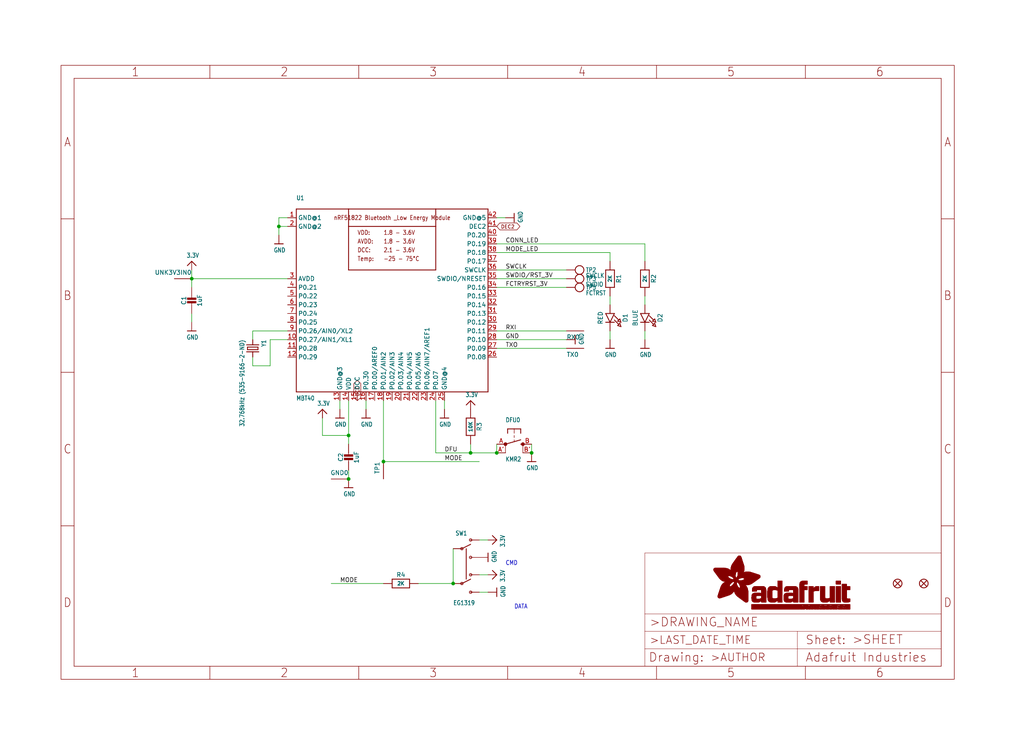
<source format=kicad_sch>
(kicad_sch (version 20211123) (generator eeschema)
  (paper "User" 298.45 217.881)
  (lib_symbols
    (symbol "schematicEagle-eagle-import:3.3V" (power)
      (property "Value" "3.3V" (at -1.524 1.016 0))
      (symbol "3.3V_1_0"
        (pin power_in line (at 0 -2.54 90) (length 2.54) (name "3.3V") (number "1"))
      )
    )
    (symbol "schematicEagle-eagle-import:CAP_CERAMIC0805-NOOUTLINE"
      (property "Reference" "C" (at -2.29 1.25 90))
      (property "Value" "CAP_CERAMIC0805-NOOUTLINE" (at 2.3 1.25 90))
      (symbol "CAP_CERAMIC0805-NOOUTLINE_1_0"
        (pin passive line (at 0 5.08 270) (length 2.54) (name "1") (number "1"))
        (pin passive line (at 0 -2.54 90) (length 2.54) (name "2") (number "2"))
      )
    )
    (symbol "schematicEagle-eagle-import:CRYSTAL2.0X6.0_32.768"
      (property "Reference" "Y" (at -2.54 2.54 0))
      (property "Value" "CRYSTAL2.0X6.0_32.768" (at -2.54 -3.81 0))
      (symbol "CRYSTAL2.0X6.0_32.768_1_0"
        (pin passive line (at -2.54 0 0) (length 0) (name "1") (number "1"))
        (pin passive line (at 2.54 0 180) (length 0) (name "2") (number "2"))
      )
    )
    (symbol "schematicEagle-eagle-import:FIDUCIAL{dblquote}{dblquote}")
    (symbol "schematicEagle-eagle-import:FRAME_A4_ADAFRUIT"
      (symbol "FRAME_A4_ADAFRUIT_0_0"
        (text "1" (at 21.6958 1.905 0) (effects (font (size 2.54 2.286))))
        (text "1" (at 21.6958 177.165 0) (effects (font (size 2.54 2.286))))
        (text "2" (at 65.0875 1.905 0) (effects (font (size 2.54 2.286))))
        (text "2" (at 65.0875 177.165 0) (effects (font (size 2.54 2.286))))
        (text "3" (at 108.4792 1.905 0) (effects (font (size 2.54 2.286))))
        (text "3" (at 108.4792 177.165 0) (effects (font (size 2.54 2.286))))
        (text "4" (at 151.8708 1.905 0) (effects (font (size 2.54 2.286))))
        (text "4" (at 151.8708 177.165 0) (effects (font (size 2.54 2.286))))
        (text "5" (at 195.2625 1.905 0) (effects (font (size 2.54 2.286))))
        (text "5" (at 195.2625 177.165 0) (effects (font (size 2.54 2.286))))
        (text "6" (at 238.6542 1.905 0) (effects (font (size 2.54 2.286))))
        (text "6" (at 238.6542 177.165 0) (effects (font (size 2.54 2.286))))
        (text "A" (at 1.905 156.6863 0) (effects (font (size 2.54 2.286))))
        (text "A" (at 258.445 156.6863 0) (effects (font (size 2.54 2.286))))
        (text "B" (at 1.905 111.9188 0) (effects (font (size 2.54 2.286))))
        (text "B" (at 258.445 111.9188 0) (effects (font (size 2.54 2.286))))
        (text "C" (at 1.905 67.1513 0) (effects (font (size 2.54 2.286))))
        (text "C" (at 258.445 67.1513 0) (effects (font (size 2.54 2.286))))
        (text "D" (at 1.905 22.3838 0) (effects (font (size 2.54 2.286))))
        (text "D" (at 258.445 22.3838 0) (effects (font (size 2.54 2.286))))
      )
      (symbol "FRAME_A4_ADAFRUIT_1_0"
        (text ">AUTHOR" (at 189.23 5.08 0) (effects (font (size 2.286 2.286)) (justify left bottom)))
        (text ">DRAWING_NAME" (at 171.45 15.24 0) (effects (font (size 2.54 2.54)) (justify left bottom)))
        (text ">LAST_DATE_TIME" (at 171.45 10.16 0) (effects (font (size 2.286 2.286)) (justify left bottom)))
        (text ">SHEET" (at 230.505 10.16 0) (effects (font (size 2.54 2.54)) (justify left bottom)))
        (text "Adafruit Industries" (at 216.916 4.953 0) (effects (font (size 2.54 2.54)) (justify left bottom)))
        (text "Drawing:" (at 171.196 4.953 0) (effects (font (size 2.54 2.54)) (justify left bottom)))
        (text "Sheet:" (at 216.916 10.033 0) (effects (font (size 2.54 2.54)) (justify left bottom)))
      )
    )
    (symbol "schematicEagle-eagle-import:GND" (power)
      (property "Value" "GND" (at -1.524 -2.54 0))
      (symbol "GND_1_0"
        (pin power_in line (at 0 2.54 270) (length 2.54) (name "GND") (number "1"))
      )
    )
    (symbol "schematicEagle-eagle-import:LED0805_NOOUTLINE"
      (property "Reference" "D" (at -1.27 4.445 0))
      (property "Value" "LED0805_NOOUTLINE" (at -1.27 -2.794 0))
      (symbol "LED0805_NOOUTLINE_1_0"
        (pin passive line (at -5.08 0 0) (length 2.54) (name "A") (number "A"))
        (pin passive line (at 2.54 0 180) (length 2.54) (name "C") (number "C"))
      )
    )
    (symbol "schematicEagle-eagle-import:NRF51822_MODULE_MDBT40"
      (property "Reference" "U" (at -27.94 27.94 0))
      (property "Value" "NRF51822_MODULE_MDBT40" (at -27.94 -30.48 0))
      (symbol "NRF51822_MODULE_MDBT40_1_0"
        (text "-25 - 75°C" (at -2.54 10.16 0) (effects (font (size 1.27 1.0795)) (justify left bottom)))
        (text "1.8 - 3.6V" (at -2.54 15.24 0) (effects (font (size 1.27 1.0795)) (justify left bottom)))
        (text "1.8 - 3.6V" (at -2.54 17.78 0) (effects (font (size 1.27 1.0795)) (justify left bottom)))
        (text "2.1 - 3.6V" (at -2.54 12.7 0) (effects (font (size 1.27 1.0795)) (justify left bottom)))
        (text "AVDD:" (at -10.16 15.24 0) (effects (font (size 1.27 1.0795)) (justify left bottom)))
        (text "DCC:" (at -10.16 12.7 0) (effects (font (size 1.27 1.0795)) (justify left bottom)))
        (text "nRF51822 Bluetooth _Low Energy Module" (at 0 22.86 0) (effects (font (size 1.27 1.0795))))
        (text "Temp:" (at -10.16 10.16 0) (effects (font (size 1.27 1.0795)) (justify left bottom)))
        (text "VDD:" (at -10.16 17.78 0) (effects (font (size 1.27 1.0795)) (justify left bottom)))
        (pin power_in line (at -30.48 22.86 0) (length 2.54) (name "GND@1") (number "1"))
        (pin bidirectional line (at -30.48 -12.7 0) (length 2.54) (name "P0.27/AIN1/XL1") (number "10"))
        (pin bidirectional line (at -30.48 -15.24 0) (length 2.54) (name "P0.28") (number "11"))
        (pin bidirectional line (at -30.48 -17.78 0) (length 2.54) (name "P0.29") (number "12"))
        (pin power_in line (at -15.24 -30.48 90) (length 2.54) (name "GND@3") (number "13"))
        (pin power_in line (at -12.7 -30.48 90) (length 2.54) (name "VDD") (number "14"))
        (pin power_in line (at -10.16 -30.48 90) (length 2.54) (name "DCC") (number "15"))
        (pin bidirectional line (at -7.62 -30.48 90) (length 2.54) (name "P0.30") (number "16"))
        (pin bidirectional line (at -5.08 -30.48 90) (length 2.54) (name "P0.00/AREF0") (number "17"))
        (pin bidirectional line (at -2.54 -30.48 90) (length 2.54) (name "P0.01/AIN2") (number "18"))
        (pin bidirectional line (at 0 -30.48 90) (length 2.54) (name "P0.02/AIN3") (number "19"))
        (pin power_in line (at -30.48 20.32 0) (length 2.54) (name "GND@2") (number "2"))
        (pin bidirectional line (at 2.54 -30.48 90) (length 2.54) (name "P0.03/AIN4") (number "20"))
        (pin bidirectional line (at 5.08 -30.48 90) (length 2.54) (name "P0.04/AIN5") (number "21"))
        (pin bidirectional line (at 7.62 -30.48 90) (length 2.54) (name "P0.05/AIN6") (number "22"))
        (pin bidirectional line (at 10.16 -30.48 90) (length 2.54) (name "P0.06/AIN7/AREF1") (number "23"))
        (pin bidirectional line (at 12.7 -30.48 90) (length 2.54) (name "P0.07") (number "24"))
        (pin power_in line (at 15.24 -30.48 90) (length 2.54) (name "GND@4") (number "25"))
        (pin bidirectional line (at 30.48 -17.78 180) (length 2.54) (name "P0.08") (number "26"))
        (pin bidirectional line (at 30.48 -15.24 180) (length 2.54) (name "P0.09") (number "27"))
        (pin bidirectional line (at 30.48 -12.7 180) (length 2.54) (name "P0.10") (number "28"))
        (pin bidirectional line (at 30.48 -10.16 180) (length 2.54) (name "P0.11") (number "29"))
        (pin power_in line (at -30.48 5.08 0) (length 2.54) (name "AVDD") (number "3"))
        (pin bidirectional line (at 30.48 -7.62 180) (length 2.54) (name "P0.12") (number "30"))
        (pin bidirectional line (at 30.48 -5.08 180) (length 2.54) (name "P0.13") (number "31"))
        (pin bidirectional line (at 30.48 -2.54 180) (length 2.54) (name "P0.14") (number "32"))
        (pin bidirectional line (at 30.48 0 180) (length 2.54) (name "P0.15") (number "33"))
        (pin bidirectional line (at 30.48 2.54 180) (length 2.54) (name "P0.16") (number "34"))
        (pin bidirectional line (at 30.48 5.08 180) (length 2.54) (name "SWDIO/NRESET") (number "35"))
        (pin bidirectional line (at 30.48 7.62 180) (length 2.54) (name "SWCLK") (number "36"))
        (pin bidirectional line (at 30.48 10.16 180) (length 2.54) (name "P0.17") (number "37"))
        (pin bidirectional line (at 30.48 12.7 180) (length 2.54) (name "P0.18") (number "38"))
        (pin bidirectional line (at 30.48 15.24 180) (length 2.54) (name "P0.19") (number "39"))
        (pin bidirectional line (at -30.48 2.54 0) (length 2.54) (name "P0.21") (number "4"))
        (pin bidirectional line (at 30.48 17.78 180) (length 2.54) (name "P0.20") (number "40"))
        (pin power_in line (at 30.48 20.32 180) (length 2.54) (name "DEC2") (number "41"))
        (pin power_in line (at 30.48 22.86 180) (length 2.54) (name "GND@5") (number "42"))
        (pin bidirectional line (at -30.48 0 0) (length 2.54) (name "P0.22") (number "5"))
        (pin bidirectional line (at -30.48 -2.54 0) (length 2.54) (name "P0.23") (number "6"))
        (pin bidirectional line (at -30.48 -5.08 0) (length 2.54) (name "P0.24") (number "7"))
        (pin bidirectional line (at -30.48 -7.62 0) (length 2.54) (name "P0.25") (number "8"))
        (pin bidirectional line (at -30.48 -10.16 0) (length 2.54) (name "P0.26/AIN0/XL2") (number "9"))
      )
    )
    (symbol "schematicEagle-eagle-import:RESISTOR0805_NOOUTLINE"
      (property "Reference" "R" (at 0 2.54 0))
      (property "Value" "RESISTOR0805_NOOUTLINE" (at 0 0 0))
      (symbol "RESISTOR0805_NOOUTLINE_1_0"
        (pin passive line (at -5.08 0 0) (length 2.54) (name "1") (number "1"))
        (pin passive line (at 5.08 0 180) (length 2.54) (name "2") (number "2"))
      )
    )
    (symbol "schematicEagle-eagle-import:SEWTAP-2.0IN"
      (property "Reference" "TP" (at 0 2.54 0))
      (symbol "SEWTAP-2.0IN_1_0"
        (pin bidirectional line (at 0 0 180) (length 5.08) (name "SEW") (number "P$1"))
      )
    )
    (symbol "schematicEagle-eagle-import:SWITCH_DPDTEG1390"
      (property "Reference" "SW" (at -4.445 8.89 0))
      (property "Value" "SWITCH_DPDTEG1390" (at -5.08 -11.43 0))
      (symbol "SWITCH_DPDTEG1390_1_0"
        (pin passive line (at 2.54 7.62 180) (length 2.54) (name "O1") (number "O1"))
        (pin passive line (at 2.54 -2.54 180) (length 2.54) (name "O2") (number "O2"))
        (pin passive line (at -5.08 5.08 0) (length 2.54) (name "P1") (number "P1"))
        (pin passive line (at -5.08 -5.08 0) (length 2.54) (name "P2") (number "P2"))
        (pin passive line (at 2.54 2.54 180) (length 2.54) (name "S1") (number "S1"))
        (pin passive line (at 2.54 -7.62 180) (length 2.54) (name "S2") (number "S2"))
      )
    )
    (symbol "schematicEagle-eagle-import:SWITCH_TACT_SMT4.6X2.8"
      (property "Reference" "SW" (at -2.54 6.35 0))
      (property "Value" "SWITCH_TACT_SMT4.6X2.8" (at -2.54 -5.08 0))
      (symbol "SWITCH_TACT_SMT4.6X2.8_1_0"
        (pin passive line (at -5.08 0 0) (length 2.54) (name "P") (number "A"))
        (pin passive line (at -5.08 -2.54 0) (length 2.54) (name "P1") (number "A'"))
        (pin passive line (at 5.08 0 180) (length 2.54) (name "S") (number "B"))
        (pin passive line (at 5.08 -2.54 180) (length 2.54) (name "S1") (number "B'"))
      )
    )
    (symbol "schematicEagle-eagle-import:TESTPOINT1.5X2.0MM_NOCREAM"
      (property "Reference" "TP" (at 0 5.588 90))
      (property "Value" "TESTPOINT1.5X2.0MM_NOCREAM" (at 1.651 5.588 90))
      (symbol "TESTPOINT1.5X2.0MM_NOCREAM_1_0"
        (pin bidirectional line (at 0 0 90) (length 2.54) (name "P$1") (number "P$1"))
      )
    )
  )
  (junction (at 81.28 66.04))
  (junction (at 101.6 139.7))
  (junction (at 144.78 132.08))
  (junction (at 137.16 132.08))
  (junction (at 55.88 81.28))
  (junction (at 111.76 134.62))
  (junction (at 101.6 127))
  (junction (at 132.08 170.18))
  (junction (at 154.94 132.08))
  (wire (pts (xy 177.8 73.66) (xy 177.8 76.2)))
  (wire (pts (xy 73.66 106.68) (xy 78.74 106.68)))
  (wire (pts (xy 78.74 106.68) (xy 78.74 99.06)))
  (wire (pts (xy 177.8 96.52) (xy 177.8 99.06)))
  (wire (pts (xy 55.88 91.44) (xy 55.88 93.98)))
  (wire (pts (xy 144.78 71.12) (xy 187.96 71.12)))
  (wire (pts (xy 127 132.08) (xy 137.16 132.08)))
  (wire (pts (xy 83.82 81.28) (xy 55.88 81.28)))
  (wire (pts (xy 83.82 96.52) (xy 73.66 96.52)))
  (wire (pts (xy 165.1 101.6) (xy 144.78 101.6)))
  (wire (pts (xy 73.66 96.52) (xy 73.66 99.06)))
  (wire (pts (xy 81.28 66.04) (xy 81.28 68.58)))
  (wire (pts (xy 127 116.84) (xy 127 132.08)))
  (wire (pts (xy 137.16 132.08) (xy 144.78 132.08)))
  (wire (pts (xy 144.78 83.82) (xy 165.1 83.82)))
  (wire (pts (xy 144.78 73.66) (xy 177.8 73.66)))
  (wire (pts (xy 129.54 116.84) (xy 129.54 119.38)))
  (wire (pts (xy 101.6 137.16) (xy 101.6 139.7)))
  (wire (pts (xy 144.78 81.28) (xy 165.1 81.28)))
  (wire (pts (xy 111.76 134.62) (xy 139.7 134.62)))
  (wire (pts (xy 137.16 129.54) (xy 137.16 132.08)))
  (wire (pts (xy 144.78 63.5) (xy 147.32 63.5)))
  (wire (pts (xy 81.28 63.5) (xy 81.28 66.04)))
  (wire (pts (xy 139.7 172.72) (xy 142.24 172.72)))
  (wire (pts (xy 101.6 127) (xy 93.98 127)))
  (wire (pts (xy 144.78 129.54) (xy 144.78 132.08)))
  (wire (pts (xy 83.82 66.04) (xy 81.28 66.04)))
  (wire (pts (xy 101.6 127) (xy 101.6 129.54)))
  (wire (pts (xy 187.96 71.12) (xy 187.96 76.2)))
  (wire (pts (xy 144.78 78.74) (xy 165.1 78.74)))
  (wire (pts (xy 177.8 86.36) (xy 177.8 88.9)))
  (wire (pts (xy 93.98 127) (xy 93.98 121.92)))
  (wire (pts (xy 187.96 96.52) (xy 187.96 99.06)))
  (wire (pts (xy 55.88 81.28) (xy 55.88 83.82)))
  (wire (pts (xy 99.06 116.84) (xy 99.06 119.38)))
  (wire (pts (xy 142.24 157.48) (xy 139.7 157.48)))
  (wire (pts (xy 111.76 116.84) (xy 111.76 134.62)))
  (wire (pts (xy 154.94 129.54) (xy 154.94 132.08)))
  (wire (pts (xy 132.08 160.02) (xy 132.08 170.18)))
  (wire (pts (xy 55.88 81.28) (xy 55.88 78.74)))
  (wire (pts (xy 83.82 63.5) (xy 81.28 63.5)))
  (wire (pts (xy 139.7 167.64) (xy 142.24 167.64)))
  (wire (pts (xy 144.78 96.52) (xy 165.1 96.52)))
  (wire (pts (xy 187.96 86.36) (xy 187.96 88.9)))
  (wire (pts (xy 73.66 104.14) (xy 73.66 106.68)))
  (wire (pts (xy 144.78 99.06) (xy 165.1 99.06)))
  (wire (pts (xy 101.6 116.84) (xy 101.6 127)))
  (wire (pts (xy 78.74 99.06) (xy 83.82 99.06)))
  (wire (pts (xy 106.68 116.84) (xy 106.68 119.38)))
  (wire (pts (xy 111.76 170.18) (xy 96.52 170.18)))
  (wire (pts (xy 121.92 170.18) (xy 132.08 170.18)))
  (text "DATA" (at 149.86 177.8 180) (effects (font (size 1.27 1.0795)) (justify left bottom)))
  (text "CMD" (at 147.32 165.1 180) (effects (font (size 1.27 1.0795)) (justify left bottom)))
  (label "RXI" (at 147.32 96.52 0) (effects (font (size 1.2446 1.2446))))
  (label "SWCLK" (at 147.32 78.74 0) (effects (font (size 1.2446 1.2446))))
  (label "SWDIO/RST_3V" (at 147.32 81.28 0) (effects (font (size 1.2446 1.2446))))
  (label "TXO" (at 147.32 101.6 0) (effects (font (size 1.2446 1.2446))))
  (label "CONN_LED" (at 147.32 71.12 0) (effects (font (size 1.2446 1.2446))))
  (label "FCTRYRST_3V" (at 147.32 83.82 0) (effects (font (size 1.2446 1.2446))))
  (label "DFU" (at 129.54 132.08 0) (effects (font (size 1.2446 1.2446))))
  (label "MODE_LED" (at 147.32 73.66 0) (effects (font (size 1.2446 1.2446))))
  (label "MODE" (at 129.54 134.62 0) (effects (font (size 1.2446 1.2446))))
  (label "MODE" (at 99.06 170.18 0) (effects (font (size 1.2446 1.2446))))
  (label "GND" (at 147.32 99.06 0) (effects (font (size 1.2446 1.2446))))
  (global_label "DCC" (shape bidirectional) (at 104.14 116.84 90) (effects (font (size 1.016 1.016))) (property "Intersheet References" "${INTERSHEET_REFS}" (effects hide)))
  (global_label "DEC2" (shape bidirectional) (at 144.78 66.04 0) (effects (font (size 1.016 1.016))) (property "Intersheet References" "${INTERSHEET_REFS}" (effects hide)))
  (symbol (lib_id "schematicEagle-eagle-import:3.3V") (at 93.98 119.38 0) (unit 1)
    (property "Reference" "#U$14" (effects hide))
    (property "Value" "3.3V" (at 92.456 118.364 0) (effects (font (size 1.27 1.0795)) (justify left bottom)))
    (property "Footprint" "schematicEagle:" (effects hide))
  )
  (symbol (lib_id "schematicEagle-eagle-import:FIDUCIAL{dblquote}{dblquote}") (at 269.24 170.18 0) (unit 1)
    (property "Reference" "FID1" (effects hide))
    (property "Value" "FIDUCIAL{dblquote}{dblquote}" (effects hide))
    (property "Footprint" "schematicEagle:FIDUCIAL_1MM" (effects hide))
  )
  (symbol (lib_id "schematicEagle-eagle-import:SEWTAP-2.0IN") (at 111.76 134.62 90) (unit 1)
    (property "Reference" "TP1" (at 109.22 134.62 0) (effects (justify right top)))
    (property "Value" "SEWTAP-2.0IN" (effects hide))
    (property "Footprint" "schematicEagle:SEWINGTAP_2.0" (effects hide))
  )
  (symbol (lib_id "schematicEagle-eagle-import:GND") (at 154.94 134.62 0) (unit 1)
    (property "Reference" "#U$2" (effects hide))
    (property "Value" "GND" (at 153.416 137.16 0) (effects (font (size 1.27 1.0795)) (justify left bottom)))
    (property "Footprint" "schematicEagle:" (effects hide))
  )
  (symbol (lib_id "schematicEagle-eagle-import:SEWTAP-2.0IN") (at 55.88 81.28 0) (unit 1)
    (property "Reference" "UNK3V3IN0" (at 55.88 78.74 0) (effects (justify right top)))
    (property "Value" "SEWTAP-2.0IN" (effects hide))
    (property "Footprint" "schematicEagle:SEWINGTAP_2.0" (effects hide))
  )
  (symbol (lib_id "schematicEagle-eagle-import:SEWTAP-2.0IN") (at 165.1 101.6 180) (unit 1)
    (property "Reference" "TX0" (at 165.1 104.14 0) (effects (justify right top)))
    (property "Value" "SEWTAP-2.0IN" (effects hide))
    (property "Footprint" "schematicEagle:SEWINGTAP_2.0" (effects hide))
  )
  (symbol (lib_id "schematicEagle-eagle-import:NRF51822_MODULE_MDBT40") (at 114.3 86.36 0) (unit 1)
    (property "Reference" "U1" (at 86.36 58.42 0) (effects (font (size 1.27 1.0795)) (justify left bottom)))
    (property "Value" "MBT40" (at 86.36 116.84 0) (effects (font (size 1.27 1.0795)) (justify left bottom)))
    (property "Footprint" "schematicEagle:BLE_MODULE_RAYTAC_MDBT40" (effects hide))
  )
  (symbol (lib_id "schematicEagle-eagle-import:GND") (at 99.06 121.92 0) (unit 1)
    (property "Reference" "#U$11" (effects hide))
    (property "Value" "GND" (at 97.536 124.46 0) (effects (font (size 1.27 1.0795)) (justify left bottom)))
    (property "Footprint" "schematicEagle:" (effects hide))
  )
  (symbol (lib_id "schematicEagle-eagle-import:GND") (at 167.64 99.06 90) (unit 1)
    (property "Reference" "#U$5" (effects hide))
    (property "Value" "GND" (at 170.18 100.584 0) (effects (font (size 1.27 1.0795)) (justify left bottom)))
    (property "Footprint" "schematicEagle:" (effects hide))
  )
  (symbol (lib_id "schematicEagle-eagle-import:GND") (at 101.6 142.24 0) (unit 1)
    (property "Reference" "#U$18" (effects hide))
    (property "Value" "GND" (at 100.076 144.78 0) (effects (font (size 1.27 1.0795)) (justify left bottom)))
    (property "Footprint" "schematicEagle:" (effects hide))
  )
  (symbol (lib_id "schematicEagle-eagle-import:CAP_CERAMIC0805-NOOUTLINE") (at 101.6 134.62 0) (unit 1)
    (property "Reference" "C2" (at 99.31 133.37 90))
    (property "Value" "1uF" (at 103.9 133.37 90))
    (property "Footprint" "schematicEagle:0805-NO" (effects hide))
  )
  (symbol (lib_id "schematicEagle-eagle-import:GND") (at 142.24 162.56 90) (unit 1)
    (property "Reference" "#U$22" (effects hide))
    (property "Value" "GND" (at 144.78 164.084 0) (effects (font (size 1.27 1.0795)) (justify left bottom)))
    (property "Footprint" "schematicEagle:" (effects hide))
  )
  (symbol (lib_id "schematicEagle-eagle-import:LED0805_NOOUTLINE") (at 177.8 93.98 270) (unit 1)
    (property "Reference" "D1" (at 182.245 92.71 0))
    (property "Value" "RED" (at 175.006 92.71 0))
    (property "Footprint" "schematicEagle:CHIPLED_0805_NOOUTLINE" (effects hide))
  )
  (symbol (lib_id "schematicEagle-eagle-import:GND") (at 187.96 101.6 0) (unit 1)
    (property "Reference" "#U$8" (effects hide))
    (property "Value" "GND" (at 186.436 104.14 0) (effects (font (size 1.27 1.0795)) (justify left bottom)))
    (property "Footprint" "schematicEagle:" (effects hide))
  )
  (symbol (lib_id "schematicEagle-eagle-import:CAP_CERAMIC0805-NOOUTLINE") (at 55.88 88.9 0) (unit 1)
    (property "Reference" "C1" (at 53.59 87.65 90))
    (property "Value" "1uF" (at 58.18 87.65 90))
    (property "Footprint" "schematicEagle:0805-NO" (effects hide))
  )
  (symbol (lib_id "schematicEagle-eagle-import:TESTPOINT1.5X2.0MM_NOCREAM") (at 165.1 78.74 270) (unit 1)
    (property "Reference" "TP2" (at 170.688 78.74 90) (effects (font (size 1.27 1.0795)) (justify left)))
    (property "Value" "SWCLK" (at 170.688 80.391 90) (effects (font (size 1.27 1.0795)) (justify left)))
    (property "Footprint" "schematicEagle:PAD-1.5X2.0" (effects hide))
  )
  (symbol (lib_id "schematicEagle-eagle-import:3.3V") (at 144.78 167.64 270) (unit 1)
    (property "Reference" "#U$17" (effects hide))
    (property "Value" "3.3V" (at 145.796 166.116 0) (effects (font (size 1.27 1.0795)) (justify left bottom)))
    (property "Footprint" "schematicEagle:" (effects hide))
  )
  (symbol (lib_id "schematicEagle-eagle-import:CRYSTAL2.0X6.0_32.768") (at 73.66 101.6 270) (unit 1)
    (property "Reference" "Y1" (at 76.2 99.06 0) (effects (font (size 1.27 1.0795)) (justify left bottom)))
    (property "Value" "32.768kHz (535-9166-2-ND)" (at 69.85 99.06 0) (effects (font (size 1.27 1.0795)) (justify left bottom)))
    (property "Footprint" "schematicEagle:CRYSTAL_CYL_2X6MM_SMT" (effects hide))
  )
  (symbol (lib_id "schematicEagle-eagle-import:3.3V") (at 55.88 76.2 0) (unit 1)
    (property "Reference" "#U$16" (effects hide))
    (property "Value" "3.3V" (at 54.356 75.184 0) (effects (font (size 1.27 1.0795)) (justify left bottom)))
    (property "Footprint" "schematicEagle:" (effects hide))
  )
  (symbol (lib_id "schematicEagle-eagle-import:TESTPOINT1.5X2.0MM_NOCREAM") (at 165.1 83.82 270) (unit 1)
    (property "Reference" "TP5" (at 170.688 83.82 90) (effects (font (size 1.27 1.0795)) (justify left)))
    (property "Value" "FCTRST" (at 170.688 85.471 90) (effects (font (size 1.27 1.0795)) (justify left)))
    (property "Footprint" "schematicEagle:PAD-1.5X2.0" (effects hide))
  )
  (symbol (lib_id "schematicEagle-eagle-import:GND") (at 177.8 101.6 0) (unit 1)
    (property "Reference" "#U$3" (effects hide))
    (property "Value" "GND" (at 176.276 104.14 0) (effects (font (size 1.27 1.0795)) (justify left bottom)))
    (property "Footprint" "schematicEagle:" (effects hide))
  )
  (symbol (lib_id "schematicEagle-eagle-import:GND") (at 149.86 63.5 90) (unit 1)
    (property "Reference" "#U$13" (effects hide))
    (property "Value" "GND" (at 152.4 65.024 0) (effects (font (size 1.27 1.0795)) (justify left bottom)))
    (property "Footprint" "schematicEagle:" (effects hide))
  )
  (symbol (lib_id "schematicEagle-eagle-import:SEWTAP-2.0IN") (at 101.6 139.7 0) (unit 1)
    (property "Reference" "GND0" (at 101.6 137.16 0) (effects (justify right top)))
    (property "Value" "SEWTAP-2.0IN" (effects hide))
    (property "Footprint" "schematicEagle:SEWINGTAP_2.0" (effects hide))
  )
  (symbol (lib_id "schematicEagle-eagle-import:GND") (at 144.78 172.72 90) (unit 1)
    (property "Reference" "#U$20" (effects hide))
    (property "Value" "GND" (at 147.32 174.244 0) (effects (font (size 1.27 1.0795)) (justify left bottom)))
    (property "Footprint" "schematicEagle:" (effects hide))
  )
  (symbol (lib_id "schematicEagle-eagle-import:FIDUCIAL{dblquote}{dblquote}") (at 261.62 170.18 0) (unit 1)
    (property "Reference" "FID2" (effects hide))
    (property "Value" "FIDUCIAL{dblquote}{dblquote}" (effects hide))
    (property "Footprint" "schematicEagle:FIDUCIAL_1MM" (effects hide))
  )
  (symbol (lib_id "schematicEagle-eagle-import:LED0805_NOOUTLINE") (at 187.96 93.98 270) (unit 1)
    (property "Reference" "D2" (at 192.405 92.71 0))
    (property "Value" "BLUE" (at 185.166 92.71 0))
    (property "Footprint" "schematicEagle:CHIPLED_0805_NOOUTLINE" (effects hide))
  )
  (symbol (lib_id "schematicEagle-eagle-import:GND") (at 81.28 71.12 0) (unit 1)
    (property "Reference" "#U$12" (effects hide))
    (property "Value" "GND" (at 79.756 73.66 0) (effects (font (size 1.27 1.0795)) (justify left bottom)))
    (property "Footprint" "schematicEagle:" (effects hide))
  )
  (symbol (lib_id "schematicEagle-eagle-import:RESISTOR0805_NOOUTLINE") (at 187.96 81.28 270) (unit 1)
    (property "Reference" "R2" (at 190.5 81.28 0))
    (property "Value" "2K" (at 187.96 81.28 0) (effects (font (size 1.016 1.016) bold)))
    (property "Footprint" "schematicEagle:0805-NO" (effects hide))
  )
  (symbol (lib_id "schematicEagle-eagle-import:RESISTOR0805_NOOUTLINE") (at 177.8 81.28 270) (unit 1)
    (property "Reference" "R1" (at 180.34 81.28 0))
    (property "Value" "2K" (at 177.8 81.28 0) (effects (font (size 1.016 1.016) bold)))
    (property "Footprint" "schematicEagle:0805-NO" (effects hide))
  )
  (symbol (lib_id "schematicEagle-eagle-import:RESISTOR0805_NOOUTLINE") (at 137.16 124.46 270) (unit 1)
    (property "Reference" "R3" (at 139.7 124.46 0))
    (property "Value" "10K" (at 137.16 124.46 0) (effects (font (size 1.016 1.016) bold)))
    (property "Footprint" "schematicEagle:0805-NO" (effects hide))
  )
  (symbol (lib_id "schematicEagle-eagle-import:3.3V") (at 137.16 116.84 0) (unit 1)
    (property "Reference" "#U$4" (effects hide))
    (property "Value" "3.3V" (at 135.636 115.824 0) (effects (font (size 1.27 1.0795)) (justify left bottom)))
    (property "Footprint" "schematicEagle:" (effects hide))
  )
  (symbol (lib_id "schematicEagle-eagle-import:GND") (at 129.54 121.92 0) (unit 1)
    (property "Reference" "#U$10" (effects hide))
    (property "Value" "GND" (at 128.016 124.46 0) (effects (font (size 1.27 1.0795)) (justify left bottom)))
    (property "Footprint" "schematicEagle:" (effects hide))
  )
  (symbol (lib_id "schematicEagle-eagle-import:FRAME_A4_ADAFRUIT") (at 17.78 198.12 0) (unit 1)
    (property "Reference" "#U$1" (effects hide))
    (property "Value" "FRAME_A4_ADAFRUIT" (effects hide))
    (property "Footprint" "schematicEagle:" (effects hide))
  )
  (symbol (lib_id "schematicEagle-eagle-import:SWITCH_DPDTEG1390") (at 137.16 165.1 0) (unit 1)
    (property "Reference" "SW1" (at 132.715 156.21 0) (effects (font (size 1.27 1.0795)) (justify left bottom)))
    (property "Value" "EG1319" (at 132.08 176.53 0) (effects (font (size 1.27 1.0795)) (justify left bottom)))
    (property "Footprint" "schematicEagle:EG1390" (effects hide))
  )
  (symbol (lib_id "schematicEagle-eagle-import:TESTPOINT1.5X2.0MM_NOCREAM") (at 165.1 81.28 270) (unit 1)
    (property "Reference" "TP3" (at 170.688 81.28 90) (effects (font (size 1.27 1.0795)) (justify left)))
    (property "Value" "SWDIO" (at 170.688 82.931 90) (effects (font (size 1.27 1.0795)) (justify left)))
    (property "Footprint" "schematicEagle:PAD-1.5X2.0" (effects hide))
  )
  (symbol (lib_id "schematicEagle-eagle-import:GND") (at 55.88 96.52 0) (unit 1)
    (property "Reference" "#U$15" (effects hide))
    (property "Value" "GND" (at 54.356 99.06 0) (effects (font (size 1.27 1.0795)) (justify left bottom)))
    (property "Footprint" "schematicEagle:" (effects hide))
  )
  (symbol (lib_id "schematicEagle-eagle-import:GND") (at 106.68 121.92 0) (unit 1)
    (property "Reference" "#U$9" (effects hide))
    (property "Value" "GND" (at 105.156 124.46 0) (effects (font (size 1.27 1.0795)) (justify left bottom)))
    (property "Footprint" "schematicEagle:" (effects hide))
  )
  (symbol (lib_id "schematicEagle-eagle-import:3.3V") (at 144.78 157.48 270) (unit 1)
    (property "Reference" "#U$21" (effects hide))
    (property "Value" "3.3V" (at 145.796 155.956 0) (effects (font (size 1.27 1.0795)) (justify left bottom)))
    (property "Footprint" "schematicEagle:" (effects hide))
  )
  (symbol (lib_id "schematicEagle-eagle-import:SEWTAP-2.0IN") (at 165.1 96.52 180) (unit 1)
    (property "Reference" "RX0" (at 165.1 99.06 0) (effects (justify right top)))
    (property "Value" "SEWTAP-2.0IN" (effects hide))
    (property "Footprint" "schematicEagle:SEWINGTAP_2.0" (effects hide))
  )
  (symbol (lib_id "schematicEagle-eagle-import:SWITCH_TACT_SMT4.6X2.8") (at 149.86 129.54 0) (unit 1)
    (property "Reference" "DFU0" (at 147.32 123.19 0) (effects (font (size 1.27 1.0795)) (justify left bottom)))
    (property "Value" "KMR2" (at 147.32 134.62 0) (effects (font (size 1.27 1.0795)) (justify left bottom)))
    (property "Footprint" "schematicEagle:BTN_KMR2_4.6X2.8" (effects hide))
  )
  (symbol (lib_id "schematicEagle-eagle-import:RESISTOR0805_NOOUTLINE") (at 116.84 170.18 0) (unit 1)
    (property "Reference" "R4" (at 116.84 167.64 0))
    (property "Value" "2K" (at 116.84 170.18 0) (effects (font (size 1.016 1.016) bold)))
    (property "Footprint" "schematicEagle:0805-NO" (effects hide))
  )
)
</source>
